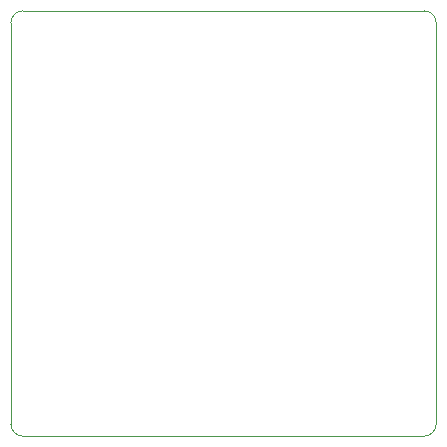
<source format=gm1>
%TF.GenerationSoftware,KiCad,Pcbnew,5.99.0-unknown-dd5676f4bc~131~ubuntu20.04.1*%
%TF.CreationDate,2021-08-08T04:37:50-07:00*%
%TF.ProjectId,panel,70616e65-6c2e-46b6-9963-61645f706362,rev?*%
%TF.SameCoordinates,Original*%
%TF.FileFunction,Profile,NP*%
%FSLAX46Y46*%
G04 Gerber Fmt 4.6, Leading zero omitted, Abs format (unit mm)*
G04 Created by KiCad (PCBNEW 5.99.0-unknown-dd5676f4bc~131~ubuntu20.04.1) date 2021-08-08 04:37:50*
%MOMM*%
%LPD*%
G01*
G04 APERTURE LIST*
%TA.AperFunction,Profile*%
%ADD10C,0.050000*%
%TD*%
G04 APERTURE END LIST*
D10*
X60000003Y-95000000D02*
X60000000Y-61000000D01*
X60999997Y-60000003D02*
G75*
G03*
X60000000Y-61000000I0J-999997D01*
G01*
X60000003Y-95000000D02*
G75*
G03*
X61000000Y-95999997I999997J0D01*
G01*
X95999997Y-95000000D02*
X95999997Y-61000000D01*
X95000000Y-95999997D02*
G75*
G03*
X95999997Y-95000000I0J999997D01*
G01*
X95999997Y-61000000D02*
G75*
G03*
X95000000Y-60000003I-999997J0D01*
G01*
X95000000Y-60000003D02*
X61000000Y-60000000D01*
X61000000Y-95999997D02*
X95000000Y-95999997D01*
M02*

</source>
